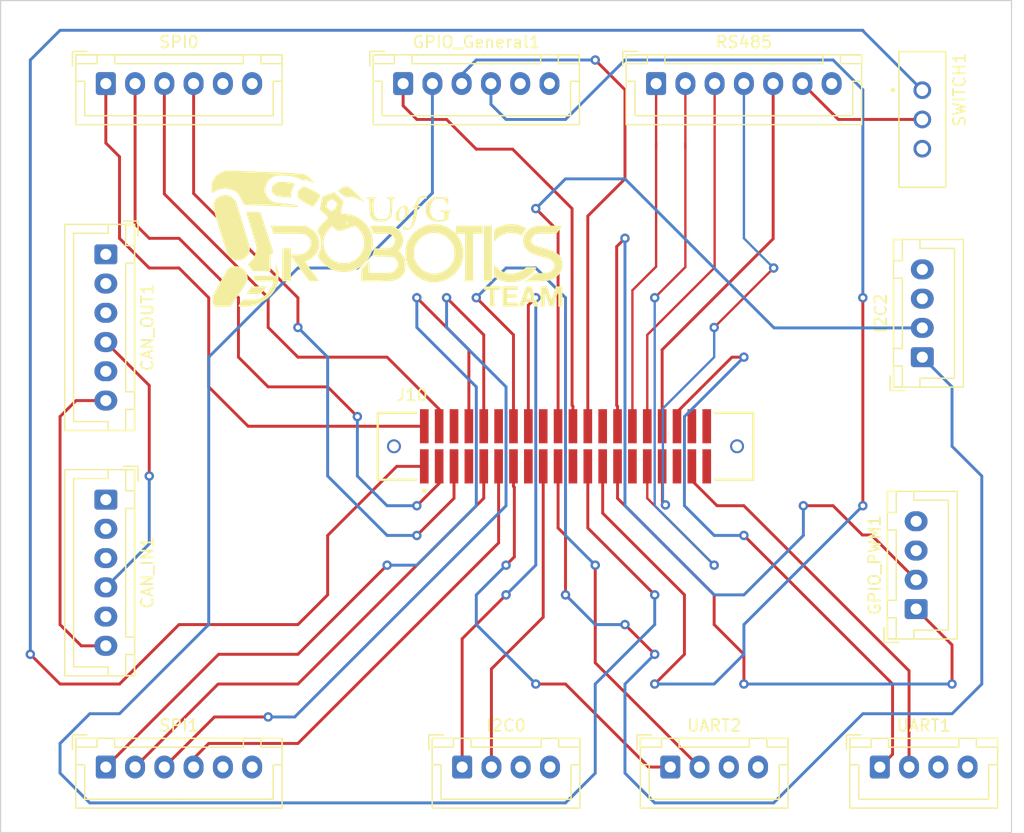
<source format=kicad_pcb>
(kicad_pcb (version 20211014) (generator pcbnew)
  (layers (0 "F.Cu" signal) (1 "In1.Cu" signal "GND.Cu") (2 "In2.Cu" signal "PWR.Cu") (31 "B.Cu" signal) (34 "B.Paste" user) (35 "F.Paste" user) (36 "B.SilkS" user "B.Silkscreen") (37 "F.SilkS" user "F.Silkscreen") (38 "B.Mask" user) (39 "F.Mask" user) (44 "Edge.Cuts" user))
  (net 0 "")
  (net 1 "SPI0_MOSI")
  (net 2 "SPI0_MISO")
  (net 3 "SPI0_SCK")
  (net 4 "SPI0_CS0#")
  (net 5 "+3.3V")
  (net 6 "GND")
  (net 7 "UART1_TX")
  (net 8 "UART1_RX")
  (net 9 "I2C0_SCL")
  (net 10 "I2C0_SDA")
  (net 11 "GPIO09")
  (net 12 "GPIO10")
  (net 13 "GPIO11")
  (net 14 "GPIO12")
  (net 15 "SPI1_MOSI")
  (net 16 "SPI1_MISO")
  (net 17 "SPI1_SCK")
  (net 18 "SPI1_CS0#")
  (net 19 "UART2_TX")
  (net 20 "UART2_RX")
  (net 21 "I2C2_SCL")
  (net 22 "I2C2_SDA")
  (net 23 "GPIO13")
  (net 24 "GPIO14")
  (net 25 "RXD+")
  (net 26 "RXD-")
  (net 27 "TXD+")
  (net 28 "TXD-")
  (net 29 "RTS")
  (net 30 "Net-(RS485-Pad6)")
  (net 31 "+5V")
  (net 32 "CANH")
  (net 33 "CANL")
  (footprint "Connector_JST:JST_XH_B6B-XH-A_1x06_P2.50mm_Vertical" (layer "F.Cu") (at 110.59 80.11 -90)
    (fp_text reference "CAN_OUT1" (at 6.25 -3.55 90) (layer "F.SilkS"))
    (fp_text value "Conn_02x03_Odd_Even")
    (pad "1" thru_hole roundrect (at 0 0 270) (size 1.7 1.95) (drill 0.95) (layers *.Cu *.Mask) (roundrect_rratio 0.147059) (net 6 "GND"))
    (pad "2" thru_hole oval (at 2.5 0 270) (size 1.7 1.95) (drill 0.95) (layers *.Cu *.Mask) (net 31 "+5V"))
    (pad "3" thru_hole oval (at 5 0 270) (size 1.7 1.95) (drill 0.95) (layers *.Cu *.Mask) (net 6 "GND"))
    (pad "4" thru_hole oval (at 7.5 0 270) (size 1.7 1.95) (drill 0.95) (layers *.Cu *.Mask) (net 32 "CANH"))
    (pad "5" thru_hole oval (at 10 0 270) (size 1.7 1.95) (drill 0.95) (layers *.Cu *.Mask) (net 6 "GND"))
    (pad "6" thru_hole oval (at 12.5 0 270) (size 1.7 1.95) (drill 0.95) (layers *.Cu *.Mask) (net 33 "CANL"))
  )
  (footprint "Connector_JST:JST_XH_B4B-XH-A_1x04_P2.50mm_Vertical" (layer "F.Cu") (at 180.34 88.9 90)
    (fp_text reference "I2C2" (at 3.75 -3.55 90) (layer "F.SilkS"))
    (fp_text value "Conn_02x02_Odd_Even")
    (pad "1" thru_hole roundrect (at 0 0 90) (size 1.7 1.95) (drill 0.95) (layers *.Cu *.Mask) (roundrect_rratio 0.147059) (net 21 "I2C2_SCL"))
    (pad "2" thru_hole oval (at 2.5 0 90) (size 1.7 1.95) (drill 0.95) (layers *.Cu *.Mask) (net 22 "I2C2_SDA"))
    (pad "3" thru_hole oval (at 5 0 90) (size 1.7 1.95) (drill 0.95) (layers *.Cu *.Mask) (net 5 "+3.3V"))
    (pad "4" thru_hole oval (at 7.5 0 90) (size 1.7 1.95) (drill 0.95) (layers *.Cu *.Mask) (net 6 "GND"))
  )
  (footprint "Connector_JST:JST_XH_B7B-XH-A_1x07_P2.50mm_Vertical" (layer "F.Cu") (at 157.6 65.515)
    (fp_text reference "RS485" (at 7.5 -3.55) (layer "F.SilkS"))
    (fp_text value "Conn_01x06_Odd_Even")
    (pad "1" thru_hole roundrect (at 0 0) (size 1.7 1.95) (drill 0.95) (layers *.Cu *.Mask) (roundrect_rratio 0.147059) (net 25 "RXD+"))
    (pad "2" thru_hole oval (at 2.5 0) (size 1.7 1.95) (drill 0.95) (layers *.Cu *.Mask) (net 26 "RXD-"))
    (pad "3" thru_hole oval (at 5 0) (size 1.7 1.95) (drill 0.95) (layers *.Cu *.Mask) (net 27 "TXD+"))
    (pad "4" thru_hole oval (at 7.5 0) (size 1.7 1.95) (drill 0.95) (layers *.Cu *.Mask) (net 28 "TXD-"))
    (pad "5" thru_hole oval (at 10 0) (size 1.7 1.95) (drill 0.95) (layers *.Cu *.Mask) (net 29 "RTS"))
    (pad "6" thru_hole oval (at 12.5 0) (size 1.7 1.95) (drill 0.95) (layers *.Cu *.Mask) (net 30 "Net-(RS485-Pad6)"))
    (pad "7" thru_hole oval (at 15 0) (size 1.7 1.95) (drill 0.95) (layers *.Cu *.Mask) (net 6 "GND"))
  )
  (footprint "Connector_JST:JST_XH_B4B-XH-A_1x04_P2.50mm_Vertical" (layer "F.Cu") (at 176.71 123.935)
    (fp_text reference "UART1" (at 3.75 -3.55) (layer "F.SilkS"))
    (fp_text value "Conn_02x02_Odd_Even")
    (pad "1" thru_hole roundrect (at 0 0) (size 1.7 1.95) (drill 0.95) (layers *.Cu *.Mask) (roundrect_rratio 0.147059) (net 7 "UART1_TX"))
    (pad "2" thru_hole oval (at 2.5 0) (size 1.7 1.95) (drill 0.95) (layers *.Cu *.Mask) (net 8 "UART1_RX"))
    (pad "3" thru_hole oval (at 5 0) (size 1.7 1.95) (drill 0.95) (layers *.Cu *.Mask) (net 5 "+3.3V"))
    (pad "4" thru_hole oval (at 7.5 0) (size 1.7 1.95) (drill 0.95) (layers *.Cu *.Mask) (net 6 "GND"))
  )
  (footprint "Connector_JST:JST_XH_B4B-XH-A_1x04_P2.50mm_Vertical" (layer "F.Cu") (at 179.815 110.43 90)
    (fp_text reference "GPIO_PWM1" (at 3.75 -3.55 90) (layer "F.SilkS"))
    (fp_text value "Conn_02x02_Odd_Even")
    (pad "1" thru_hole roundrect (at 0 0 90) (size 1.7 1.95) (drill 0.95) (layers *.Cu *.Mask) (roundrect_rratio 0.147059) (net 23 "GPIO13"))
    (pad "2" thru_hole oval (at 2.5 0 90) (size 1.7 1.95) (drill 0.95) (layers *.Cu *.Mask) (net 24 "GPIO14"))
    (pad "3" thru_hole oval (at 5 0 90) (size 1.7 1.95) (drill 0.95) (layers *.Cu *.Mask) (net 5 "+3.3V"))
    (pad "4" thru_hole oval (at 7.5 0 90) (size 1.7 1.95) (drill 0.95) (layers *.Cu *.Mask) (net 6 "GND"))
  )
  (footprint "Connector_JST:JST_XH_B6B-XH-A_1x06_P2.50mm_Vertical" (layer "F.Cu") (at 110.59 123.935)
    (fp_text reference "SPI1" (at 6.25 -3.55) (layer "F.SilkS"))
    (fp_text value "Conn_02x03_Odd_Even")
    (pad "1" thru_hole roundrect (at 0 0) (size 1.7 1.95) (drill 0.95) (layers *.Cu *.Mask) (roundrect_rratio 0.147059) (net 15 "SPI1_MOSI"))
    (pad "2" thru_hole oval (at 2.5 0) (size 1.7 1.95) (drill 0.95) (layers *.Cu *.Mask) (net 16 "SPI1_MISO"))
    (pad "3" thru_hole oval (at 5 0) (size 1.7 1.95) (drill 0.95) (layers *.Cu *.Mask) (net 17 "SPI1_SCK"))
    (pad "4" thru_hole oval (at 7.5 0) (size 1.7 1.95) (drill 0.95) (layers *.Cu *.Mask) (net 18 "SPI1_CS0#"))
    (pad "5" thru_hole oval (at 10 0) (size 1.7 1.95) (drill 0.95) (layers *.Cu *.Mask) (net 5 "+3.3V"))
    (pad "6" thru_hole oval (at 12.5 0) (size 1.7 1.95) (drill 0.95) (layers *.Cu *.Mask) (net 6 "GND"))
  )
  (footprint "kicad-logo:uofgroboticslogo" (layer "F.Cu") (at 134.62 78.74)
    (fp_text reference "G***" hide)
    (fp_text value "LOGO" hide)
  )
  (footprint "EG1218:SW_EG1218" (layer "F.Cu") (at 180.34 68.58 -90)
    (fp_text reference "SWITCH1" (at -2.54 -3.175 90) (layer "F.SilkS"))
    (fp_text value "EG1218")
    (pad "1" thru_hole circle locked (at -2.5 0 270) (size 1.508 1.508) (drill 1) (layers *.Cu *.Mask) (net 31 "+5V"))
    (pad "2" thru_hole circle locked (at 0 0 270) (size 1.508 1.508) (drill 1) (layers *.Cu *.Mask) (net 30 "Net-(RS485-Pad6)"))
    (pad "3" thru_hole circle locked (at 2.5 0 270) (size 1.508 1.508) (drill 1) (layers *.Cu *.Mask) (net 5 "+3.3V"))
  )
  (footprint "Connector_JST:JST_XH_B6B-XH-A_1x06_P2.50mm_Vertical" (layer "F.Cu") (at 135.99 65.515)
    (fp_text reference "GPIO_General1" (at 6.25 -3.55) (layer "F.SilkS"))
    (fp_text value "Conn_02x03_Odd_Even")
    (pad "1" thru_hole roundrect (at 0 0) (size 1.7 1.95) (drill 0.95) (layers *.Cu *.Mask) (roundrect_rratio 0.147059) (net 11 "GPIO09"))
    (pad "2" thru_hole oval (at 2.5 0) (size 1.7 1.95) (drill 0.95) (layers *.Cu *.Mask) (net 12 "GPIO10"))
    (pad "3" thru_hole oval (at 5 0) (size 1.7 1.95) (drill 0.95) (layers *.Cu *.Mask) (net 13 "GPIO11"))
    (pad "4" thru_hole oval (at 7.5 0) (size 1.7 1.95) (drill 0.95) (layers *.Cu *.Mask) (net 14 "GPIO12"))
    (pad "5" thru_hole oval (at 10 0) (size 1.7 1.95) (drill 0.95) (layers *.Cu *.Mask) (net 5 "+3.3V"))
    (pad "6" thru_hole oval (at 12.5 0) (size 1.7 1.95) (drill 0.95) (layers *.Cu *.Mask) (net 6 "GND"))
  )
  (footprint "Connector_JST:JST_XH_B6B-XH-A_1x06_P2.50mm_Vertical" (layer "F.Cu") (at 110.59 65.515)
    (fp_text reference "SPI0" (at 6.25 -3.55) (layer "F.SilkS"))
    (fp_text value "Conn_02x03_Odd_Even")
    (pad "1" thru_hole roundrect (at 0 0) (size 1.7 1.95) (drill 0.95) (layers *.Cu *.Mask) (roundrect_rratio 0.147059) (net 1 "SPI0_MOSI"))
    (pad "2" thru_hole oval (at 2.5 0) (size 1.7 1.95) (drill 0.95) (layers *.Cu *.Mask) (net 2 "SPI0_MISO"))
    (pad "3" thru_hole oval (at 5 0) (size 1.7 1.95) (drill 0.95) (layers *.Cu *.Mask) (net 3 "SPI0_SCK"))
    (pad "4" thru_hole oval (at 7.5 0) (size 1.7 1.95) (drill 0.95) (layers *.Cu *.Mask) (net 4 "SPI0_CS0#"))
    (pad "5" thru_hole oval (at 10 0) (size 1.7 1.95) (drill 0.95) (layers *.Cu *.Mask) (net 5 "+3.3V"))
    (pad "6" thru_hole oval (at 12.5 0) (size 1.7 1.95) (drill 0.95) (layers *.Cu *.Mask) (net 6 "GND"))
  )
  (footprint "Connector_JST:JST_XH_B6B-XH-A_1x06_P2.50mm_Vertical" (layer "F.Cu") (at 110.59 101.075 -90)
    (fp_text reference "CAN_IN1" (at 6.25 -3.55 90) (layer "F.SilkS"))
    (fp_text value "Conn_02x03_Odd_Even")
    (pad "1" thru_hole roundrect (at 0 0 270) (size 1.7 1.95) (drill 0.95) (layers *.Cu *.Mask) (roundrect_rratio 0.147059) (net 6 "GND"))
    (pad "2" thru_hole oval (at 2.5 0 270) (size 1.7 1.95) (drill 0.95) (layers *.Cu *.Mask) (net 31 "+5V"))
    (pad "3" thru_hole oval (at 5 0 270) (size 1.7 1.95) (drill 0.95) (layers *.Cu *.Mask) (net 6 "GND"))
    (pad "4" thru_hole oval (at 7.5 0 270) (size 1.7 1.95) (drill 0.95) (layers *.Cu *.Mask) (net 32 "CANH"))
    (pad "5" thru_hole oval (at 10 0 270) (size 1.7 1.95) (drill 0.95) (layers *.Cu *.Mask) (net 6 "GND"))
    (pad "6" thru_hole oval (at 12.5 0 270) (size 1.7 1.95) (drill 0.95) (layers *.Cu *.Mask) (net 33 "CANL"))
  )
  (footprint "Connector_JST:JST_XH_B4B-XH-A_1x04_P2.50mm_Vertical" (layer "F.Cu") (at 141.03 123.935)
    (fp_text reference "I2C0" (at 3.75 -3.55) (layer "F.SilkS"))
    (fp_text value "Conn_02x02_Odd_Even")
    (pad "1" thru_hole roundrect (at 0 0) (size 1.7 1.95) (drill 0.95) (layers *.Cu *.Mask) (roundrect_rratio 0.147059) (net 9 "I2C0_SCL"))
    (pad "2" thru_hole oval (at 2.5 0) (size 1.7 1.95) (drill 0.95) (layers *.Cu *.Mask) (net 10 "I2C0_SDA"))
    (pad "3" thru_hole oval (at 5 0) (size 1.7 1.95) (drill 0.95) (layers *.Cu *.Mask) (net 5 "+3.3V"))
    (pad "4" thru_hole oval (at 7.5 0) (size 1.7 1.95) (drill 0.95) (layers *.Cu *.Mask) (net 6 "GND"))
  )
  (footprint "Connector_JST:JST_XH_B4B-XH-A_1x04_P2.50mm_Vertical" (layer "F.Cu") (at 158.81 123.935)
    (fp_text reference "UART2" (at 3.75 -3.55) (layer "F.SilkS"))
    (fp_text value "Conn_02x02_Odd_Even")
    (pad "1" thru_hole roundrect (at 0 0) (size 1.7 1.95) (drill 0.95) (layers *.Cu *.Mask) (roundrect_rratio 0.147059) (net 19 "UART2_TX"))
    (pad "2" thru_hole oval (at 2.5 0) (size 1.7 1.95) (drill 0.95) (layers *.Cu *.Mask) (net 20 "UART2_RX"))
    (pad "3" thru_hole oval (at 5 0) (size 1.7 1.95) (drill 0.95) (layers *.Cu *.Mask) (net 5 "+3.3V"))
    (pad "4" thru_hole oval (at 7.5 0) (size 1.7 1.95) (drill 0.95) (layers *.Cu *.Mask) (net 6 "GND"))
  )
  (footprint "TFM-120-02-L-D-WT-K-TR:SAMTEC_TFM-120-02-L-D-WT-K-TR" (layer "F.Cu") (at 149.86 96.52)
    (fp_text reference "J10" (at -13.115 -4.385) (layer "F.SilkS"))
    (fp_text value "TFM-120-02-L-D-WT-K-TR")
    (pad "01" smd rect locked (at -12.065 1.715) (size 0.74 2.92) (layers "F.Cu" "F.Paste" "F.Mask") (net 31 "+5V"))
    (pad "02" smd rect locked (at -12.065 -1.715) (size 0.74 2.92) (layers "F.Cu" "F.Paste" "F.Mask") (net 1 "SPI0_MOSI"))
    (pad "03" smd rect locked (at -10.795 1.715) (size 0.74 2.92) (layers "F.Cu" "F.Paste" "F.Mask") (net 2 "SPI0_MISO"))
    (pad "04" smd rect locked (at -10.795 -1.715) (size 0.74 2.92) (layers "F.Cu" "F.Paste" "F.Mask") (net 3 "SPI0_SCK"))
    (pad "05" smd rect locked (at -9.525 1.715) (size 0.74 2.92) (layers "F.Cu" "F.Paste" "F.Mask") (net 4 "SPI0_CS0#"))
    (pad "06" smd rect locked (at -9.525 -1.715) (size 0.74 2.92) (layers "F.Cu" "F.Paste" "F.Mask") (net 5 "+3.3V"))
    (pad "07" smd rect locked (at -8.255 1.715) (size 0.74 2.92) (layers "F.Cu" "F.Paste" "F.Mask") (net 6 "GND"))
    (pad "08" smd rect locked (at -8.255 -1.715) (size 0.74 2.92) (layers "F.Cu" "F.Paste" "F.Mask") (net 15 "SPI1_MOSI"))
    (pad "09" smd rect locked (at -6.985 1.715) (size 0.74 2.92) (layers "F.Cu" "F.Paste" "F.Mask") (net 16 "SPI1_MISO"))
    (pad "10" smd rect locked (at -6.985 -1.715) (size 0.74 2.92) (layers "F.Cu" "F.Paste" "F.Mask") (net 17 "SPI1_SCK"))
    (pad "11" smd rect locked (at -5.715 1.715) (size 0.74 2.92) (layers "F.Cu" "F.Paste" "F.Mask") (net 18 "SPI1_CS0#"))
    (pad "12" smd rect locked (at -5.715 -1.715) (size 0.74 2.92) (layers "F.Cu" "F.Paste" "F.Mask") (net 6 "GND"))
    (pad "13" smd rect locked (at -4.445 1.715) (size 0.74 2.92) (layers "F.Cu" "F.Paste" "F.Mask") (net 19 "UART2_TX"))
    (pad "14" smd rect locked (at -4.445 -1.715) (size 0.74 2.92) (layers "F.Cu" "F.Paste" "F.Mask") (net 20 "UART2_RX"))
    (pad "15" smd rect locked (at -3.175 1.715) (size 0.74 2.92) (layers "F.Cu" "F.Paste" "F.Mask") (net 6 "GND"))
    (pad "16" smd rect locked (at -3.175 -1.715) (size 0.74 2.92) (layers "F.Cu" "F.Paste" "F.Mask") (net 9 "I2C0_SCL"))
    (pad "17" smd rect locked (at -1.905 1.715) (size 0.74 2.92) (layers "F.Cu" "F.Paste" "F.Mask") (net 10 "I2C0_SDA"))
    (pad "18" smd rect locked (at -1.905 -1.715) (size 0.74 2.92) (layers "F.Cu" "F.Paste" "F.Mask") (net 6 "GND"))
    (pad "19" smd rect locked (at -0.635 1.715) (size 0.74 2.92) (layers "F.Cu" "F.Paste" "F.Mask") (net 21 "I2C2_SCL"))
    (pad "20" smd rect locked (at -0.635 -1.715) (size 0.74 2.92) (layers "F.Cu" "F.Paste" "F.Mask") (net 22 "I2C2_SDA"))
    (pad "21" smd rect locked (at 0.635 1.715) (size 0.74 2.92) (layers "F.Cu" "F.Paste" "F.Mask") (net 6 "GND"))
    (pad "22" smd rect locked (at 0.635 -1.715) (size 0.74 2.92) (layers "F.Cu" "F.Paste" "F.Mask") (net 11 "GPIO09"))
    (pad "23" smd rect locked (at 1.905 1.715) (size 0.74 2.92) (layers "F.Cu" "F.Paste" "F.Mask") (net 12 "GPIO10"))
    (pad "24" smd rect locked (at 1.905 -1.715) (size 0.74 2.92) (layers "F.Cu" "F.Paste" "F.Mask") (net 13 "GPIO11"))
    (pad "25" smd rect locked (at 3.175 1.715) (size 0.74 2.92) (layers "F.Cu" "F.Paste" "F.Mask") (net 14 "GPIO12"))
    (pad "26" smd rect locked (at 3.175 -1.715) (size 0.74 2.92) (layers "F.Cu" "F.Paste" "F.Mask") (net 6 "GND"))
    (pad "27" smd rect locked (at 4.445 1.715) (size 0.74 2.92) (layers "F.Cu" "F.Paste" "F.Mask") (net 23 "GPIO13"))
    (pad "28" smd rect locked (at 4.445 -1.715) (size 0.74 2.92) (layers "F.Cu" "F.Paste" "F.Mask") (net 24 "GPIO14"))
    (pad "29" smd rect locked (at 5.715 1.715) (size 0.74 2.92) (layers "F.Cu" "F.Paste" "F.Mask") (net 6 "GND"))
    (pad "30" smd rect locked (at 5.715 -1.715) (size 0.74 2.92) (layers "F.Cu" "F.Paste" "F.Mask") (net 25 "RXD+"))
    (pad "31" smd rect locked (at 6.985 1.715) (size 0.74 2.92) (layers "F.Cu" "F.Paste" "F.Mask") (net 26 "RXD-"))
    (pad "32" smd rect locked (at 6.985 -1.715) (size 0.74 2.92) (layers "F.Cu" "F.Paste" "F.Mask") (net 27 "TXD+"))
    (pad "33" smd rect locked (at 8.255 1.715) (size 0.74 2.92) (layers "F.Cu" "F.Paste" "F.Mask") (net 28 "TXD-"))
    (pad "34" smd rect locked (at 8.255 -1.715) (size 0.74 2.92) (layers "F.Cu" "F.Paste" "F.Mask") (net 29 "RTS"))
    (pad "35" smd rect locked (at 9.525 1.715) (size 0.74 2.92) (layers "F.Cu" "F.Paste" "F.Mask") (net 31 "+5V"))
    (pad "36" smd rect locked (at 9.525 -1.715) (size 0.74 2.92) (layers "F.Cu" "F.Paste" "F.Mask") (net 7 "UART1_TX"))
    (pad "37" smd rect locked (at 10.795 1.715) (size 0.74 2.92) (layers "F.Cu" "F.Paste" "F.Mask") (net 8 "UART1_RX"))
    (pad "38" smd rect locked (at 10.795 -1.715) (size 0.74 2.92) (layers "F.Cu" "F.Paste" "F.Mask") (net 5 "+3.3V"))
    (pad "39" smd rect locked (at 12.065 1.715) (size 0.74 2.92) (layers "F.Cu" "F.Paste" "F.Mask") (net 6 "GND"))
    (pad "40" smd rect locked (at 12.065 -1.715) (size 0.74 2.92) (layers "F.Cu" "F.Paste" "F.Mask") (net 6 "GND"))
    (pad "S1" thru_hole circle locked (at 14.655 0) (size 1.19 1.19) (drill 0.84) (layers *.Cu *.Mask))
    (pad "S2" thru_hole circle locked (at -14.655 0) (size 1.19 1.19) (drill 0.84) (layers *.Cu *.Mask))
  )
  (gr_line (start 101.6 93.98) (end 101.6 58.42) (layer "Edge.Cuts") (width 0.1))
  (gr_line (start 101.6 93.98) (end 101.6 129.54) (layer "Edge.Cuts") (width 0.1))
  (gr_line (start 101.6 129.54) (end 187.96 129.54) (layer "Edge.Cuts") (width 0.1))
  (gr_line (start 187.96 58.42) (end 101.6 58.42) (layer "Edge.Cuts") (width 0.1))
  (gr_line (start 187.96 129.54) (end 187.96 58.42) (layer "Edge.Cuts") (width 0.1))
  (segment (start 114.3 81.28) (end 116.84 81.28) (width 0.25) (layer "F.Cu") (net 1))
  (segment (start 119.38 91.44) (end 122.745 94.805) (width 0.25) (layer "F.Cu") (net 1))
  (segment (start 111.76 78.74) (end 114.3 81.28) (width 0.25) (layer "F.Cu") (net 1))
  (segment (start 119.38 83.82) (end 119.38 91.44) (width 0.25) (layer "F.Cu") (net 1))
  (segment (start 111.76 71.765) (end 111.76 78.74) (width 0.25) (layer "F.Cu") (net 1))
  (segment (start 122.745 94.805) (end 137.795 94.805) (width 0.25) (layer "F.Cu") (net 1))
  (segment (start 110.59 70.595) (end 110.59 65.515) (width 0.25) (layer "F.Cu") (net 1))
  (segment (start 110.59 70.595) (end 111.76 71.765) (width 0.25) (layer "F.Cu") (net 1))
  (segment (start 116.84 81.28) (end 119.38 83.82) (width 0.25) (layer "F.Cu") (net 1))
  (segment (start 113.09 77.53) (end 113.09 65.515) (width 0.25) (layer "F.Cu") (net 2))
  (segment (start 137.16 101.6) (end 139.065 99.695) (width 0.25) (layer "F.Cu") (net 2))
  (segment (start 114.3 78.74) (end 113.09 77.53) (width 0.25) (layer "F.Cu") (net 2))
  (segment (start 116.84 78.74) (end 114.3 78.74) (width 0.25) (layer "F.Cu") (net 2))
  (segment (start 139.065 99.695) (end 139.065 98.235) (width 0.25) (layer "F.Cu") (net 2))
  (segment (start 121.92 88.9) (end 121.92 83.82) (width 0.25) (layer "F.Cu") (net 2))
  (segment (start 124.46 91.44) (end 121.92 88.9) (width 0.25) (layer "F.Cu") (net 2))
  (segment (start 132.08 93.98) (end 129.54 91.44) (width 0.25) (layer "F.Cu") (net 2))
  (segment (start 121.92 83.82) (end 116.84 78.74) (width 0.25) (layer "F.Cu") (net 2))
  (segment (start 129.54 91.44) (end 124.46 91.44) (width 0.25) (layer "F.Cu") (net 2))
  (via (at 132.08 93.98) (size 0.8) (drill 0.4) (layers "F.Cu" "B.Cu") (net 2))
  (via (at 137.16 101.6) (size 0.8) (drill 0.4) (layers "F.Cu" "B.Cu") (net 2))
  (segment (start 134.62 101.6) (end 137.16 101.6) (width 0.25) (layer "B.Cu") (net 2))
  (segment (start 132.08 93.98) (end 132.08 99.06) (width 0.25) (layer "B.Cu") (net 2))
  (segment (start 132.08 99.06) (end 134.62 101.6) (width 0.25) (layer "B.Cu") (net 2))
  (segment (start 115.59 74.95) (end 115.59 65.515) (width 0.25) (layer "F.Cu") (net 3))
  (segment (start 124.46 86.36) (end 124.46 83.82) (width 0.25) (layer "F.Cu") (net 3))
  (segment (start 127 88.9) (end 124.46 86.36) (width 0.25) (layer "F.Cu") (net 3))
  (segment (start 139.065 93.345) (end 134.62 88.9) (width 0.25) (layer "F.Cu") (net 3))
  (segment (start 134.62 88.9) (end 127 88.9) (width 0.25) (layer "F.Cu") (net 3))
  (segment (start 124.46 83.82) (end 115.59 74.95) (width 0.25) (layer "F.Cu") (net 3))
  (segment (start 139.065 94.805) (end 139.065 93.345) (width 0.25) (layer "F.Cu") (net 3))
  (segment (start 118.09 74.91) (end 118.09 65.515) (width 0.25) (layer "F.Cu") (net 4))
  (segment (start 140.335 100.965) (end 140.335 98.235) (width 0.25) (layer "F.Cu") (net 4))
  (segment (start 127 83.82) (end 118.09 74.91) (width 0.25) (layer "F.Cu") (net 4))
  (segment (start 137.16 104.14) (end 140.335 100.965) (width 0.25) (layer "F.Cu") (net 4))
  (segment (start 127 86.36) (end 127 83.82) (width 0.25) (layer "F.Cu") (net 4))
  (via (at 127 86.36) (size 0.8) (drill 0.4) (layers "F.Cu" "B.Cu") (net 4))
  (via (at 137.16 104.14) (size 0.8) (drill 0.4) (layers "F.Cu" "B.Cu") (net 4))
  (segment (start 129.54 99.06) (end 134.62 104.14) (width 0.25) (layer "B.Cu") (net 4))
  (segment (start 129.54 88.9) (end 129.54 99.06) (width 0.25) (layer "B.Cu") (net 4))
  (segment (start 134.62 104.14) (end 137.16 104.14) (width 0.25) (layer "B.Cu") (net 4))
  (segment (start 127 86.36) (end 129.54 88.9) (width 0.25) (layer "B.Cu") (net 4))
  (segment (start 164.08 88.9) (end 159.385 93.595) (width 0.25) (layer "F.Cu") (net 7))
  (segment (start 177.8 122.845) (end 176.71 123.935) (width 0.25) (layer "F.Cu") (net 7))
  (segment (start 159.385 93.595) (end 159.385 94.805) (width 0.25) (layer "F.Cu") (net 7))
  (segment (start 165.1 88.9) (end 164.08 88.9) (width 0.25) (layer "F.Cu") (net 7))
  (segment (start 165.1 104.14) (end 177.8 116.84) (width 0.25) (layer "F.Cu") (net 7))
  (segment (start 177.8 116.84) (end 177.8 122.845) (width 0.25) (layer "F.Cu") (net 7))
  (via (at 165.1 88.9) (size 0.8) (drill 0.4) (layers "F.Cu" "B.Cu") (net 7))
  (via (at 165.1 104.14) (size 0.8) (drill 0.4) (layers "F.Cu" "B.Cu") (net 7))
  (segment (start 160.02 93.98) (end 165.1 88.9) (width 0.25) (layer "B.Cu") (net 7))
  (segment (start 160.02 101.6) (end 160.02 93.98) (width 0.25) (layer "B.Cu") (net 7))
  (segment (start 162.56 104.14) (end 160.02 101.6) (width 0.25) (layer "B.Cu") (net 7))
  (segment (start 165.1 104.14) (end 162.56 104.14) (width 0.25) (layer "B.Cu") (net 7))
  (segment (start 165.1 101.6) (end 162.81 101.6) (width 0.25) (layer "F.Cu") (net 8))
  (segment (start 179.21 115.71) (end 165.1 101.6) (width 0.25) (layer "F.Cu") (net 8))
  (segment (start 179.21 123.935) (end 179.21 115.71) (width 0.25) (layer "F.Cu") (net 8))
  (segment (start 160.655 99.445) (end 160.655 98.235) (width 0.25) (layer "F.Cu") (net 8))
  (segment (start 162.81 101.6) (end 160.655 99.445) (width 0.25) (layer "F.Cu") (net 8))
  (segment (start 147.32 83.82) (end 146.685 84.455) (width 0.25) (layer "F.Cu") (net 9))
  (segment (start 146.685 84.455) (end 146.685 94.805) (width 0.25) (layer "F.Cu") (net 9))
  (segment (start 141.03 123.935) (end 141.03 112.97) (width 0.25) (layer "F.Cu") (net 9))
  (segment (start 141.03 112.97) (end 144.78 109.22) (width 0.25) (layer "F.Cu") (net 9))
  (via (at 147.32 83.82) (size 0.8) (drill 0.4) (layers "F.Cu" "B.Cu") (net 9))
  (via (at 144.78 109.22) (size 0.8) (drill 0.4) (layers "F.Cu" "B.Cu") (net 9))
  (segment (start 147.32 106.68) (end 144.78 109.22) (width 0.25) (layer "B.Cu") (net 9))
  (segment (start 147.32 83.82) (end 147.32 106.68) (width 0.25) (layer "B.Cu") (net 9))
  (segment (start 147.955 111.125) (end 147.955 98.235) (width 0.25) (layer "F.Cu") (net 10))
  (segment (start 143.53 123.935) (end 143.53 115.55) (width 0.25) (layer "F.Cu") (net 10))
  (segment (start 143.53 115.55) (end 147.955 111.125) (width 0.25) (layer "F.Cu") (net 10))
  (segment (start 139.7 68.58) (end 142.24 71.12) (width 0.25) (layer "F.Cu") (net 11))
  (segment (start 150.42 76.2) (end 150.42 93.02) (width 0.25) (layer "F.Cu") (net 11))
  (segment (start 145.34 71.12) (end 150.42 76.2) (width 0.25) (layer "F.Cu") (net 11))
  (segment (start 150.495 93.095) (end 150.42 93.02) (width 0.25) (layer "F.Cu") (net 11))
  (segment (start 150.495 94.805) (end 150.495 93.095) (width 0.25) (layer "F.Cu") (net 11))
  (segment (start 135.99 67.41) (end 137.16 68.58) (width 0.25) (layer "F.Cu") (net 11))
  (segment (start 135.99 65.515) (end 135.99 67.41) (width 0.25) (layer "F.Cu") (net 11))
  (segment (start 142.24 71.12) (end 145.34 71.12) (width 0.25) (layer "F.Cu") (net 11))
  (segment (start 137.16 68.58) (end 139.7 68.58) (width 0.25) (layer "F.Cu") (net 11))
  (segment (start 157.48 109.22) (end 151.765 103.505) (width 0.25) (layer "F.Cu") (net 12))
  (segment (start 151.765 103.505) (end 151.765 98.235) (width 0.25) (layer "F.Cu") (net 12))
  (via (at 157.48 109.22) (size 0.8) (drill 0.4) (layers "F.Cu" "B.Cu") (net 12))
  (segment (start 109.22 127) (end 149.86 127) (width 0.25) (layer "B.Cu") (net 12))
  (segment (start 106.68 121.92) (end 106.68 124.46) (width 0.25) (layer "B.Cu") (net 12))
  (segment (start 119.38 111.76) (end 111.76 119.38) (width 0.25) (layer "B.Cu") (net 12))
  (segment (start 138.49 65.515) (end 138.49 74.87) (width 0.25) (layer "B.Cu") (net 12))
  (segment (start 138.49 74.87) (end 132.08 81.28) (width 0.25) (layer "B.Cu") (net 12))
  (segment (start 106.68 124.46) (end 109.22 127) (width 0.25) (layer "B.Cu") (net 12))
  (segment (start 152.4 116.84) (end 157.48 111.76) (width 0.25) (layer "B.Cu") (net 12))
  (segment (start 111.76 119.38) (end 109.22 119.38) (width 0.25) (layer "B.Cu") (net 12))
  (segment (start 157.48 111.76) (end 157.48 109.22) (width 0.25) (layer "B.Cu") (net 12))
  (segment (start 149.86 127) (end 152.4 124.46) (width 0.25) (layer "B.Cu") (net 12))
  (segment (start 152.4 124.46) (end 152.4 116.84) (width 0.25) (layer "B.Cu") (net 12))
  (segment (start 109.22 119.38) (end 106.68 121.92) (width 0.25) (layer "B.Cu") (net 12))
  (segment (start 132.08 81.28) (end 127 81.28) (width 0.25) (layer "B.Cu") (net 12))
  (segment (start 119.38 88.9) (end 119.38 111.76) (width 0.25) (layer "B.Cu") (net 12))
  (segment (start 127 81.28) (end 119.38 88.9) (width 0.25) (layer "B.Cu") (net 12))
  (segment (start 152.4 63.5) (end 154.94 66.04) (width 0.25) (layer "F.Cu") (net 13))
  (segment (start 151.765 76.835) (end 151.765 94.805) (width 0.25) (layer "F.Cu") (net 13))
  (segment (start 154.94 66.04) (end 154.94 73.66) (width 0.25) (layer "F.Cu") (net 13))
  (segment (start 154.94 73.66) (end 151.765 76.835) (width 0.25) (layer "F.Cu") (net 13))
  (via (at 152.4 63.5) (size 0.8) (drill 0.4) (layers "F.Cu" "B.Cu") (net 13))
  (segment (start 142.24 63.5) (end 140.99 64.75) (width 0.25) (layer "B.Cu") (net 13))
  (segment (start 152.4 63.5) (end 142.24 63.5) (width 0.25) (layer "B.Cu") (net 13))
  (segment (start 140.99 64.75) (end 140.99 65.515) (width 0.25) (layer "B.Cu") (net 13))
  (segment (start 157.48 116.84) (end 160.02 114.3) (width 0.25) (layer "F.Cu") (net 14))
  (segment (start 160.02 114.3) (end 160.02 109.22) (width 0.25) (layer "F.Cu") (net 14))
  (segment (start 160.02 109.22) (end 153.035 102.235) (width 0.25) (layer "F.Cu") (net 14))
  (segment (start 175.26 83.82) (end 175.26 101.6) (width 0.25) (layer "F.Cu") (net 14))
  (segment (start 153.035 102.235) (end 153.035 98.235) (width 0.25) (layer "F.Cu") (net 14))
  (via (at 157.48 116.84) (size 0.8) (drill 0.4) (layers "F.Cu" "B.Cu") (net 14))
  (via (at 175.26 83.82) (size 0.8) (drill 0.4) (layers "F.Cu" "B.Cu") (net 14))
  (via (at 175.26 101.6) (size 0.8) (drill 0.4) (layers "F.Cu" "B.Cu") (net 14))
  (segment (start 143.49 67.29) (end 144.78 68.58) (width 0.25) (layer "B.Cu") (net 14))
  (segment (start 162.56 116.84) (end 165.1 114.3) (width 0.25) (layer "B.Cu") (net 14))
  (segment (start 144.78 68.58) (end 149.86 68.58) (width 0.25) (layer "B.Cu") (net 14))
  (segment (start 143.49 65.515) (end 143.49 67.29) (width 0.25) (layer "B.Cu") (net 14))
  (segment (start 154.94 63.5) (end 172.72 63.5) (width 0.25) (layer "B.Cu") (net 14))
  (segment (start 175.26 66.04) (end 175.26 83.82) (width 0.25) (layer "B.Cu") (net 14))
  (segment (start 157.48 116.84) (end 162.56 116.84) (width 0.25) (layer "B.Cu") (net 14))
  (segment (start 149.86 68.58) (end 154.94 63.5) (width 0.25) (layer "B.Cu") (net 14))
  (segment (start 165.1 114.3) (end 165.1 111.76) (width 0.25) (layer "B.Cu") (net 14))
  (segment (start 165.1 111.76) (end 175.26 101.6) (width 0.25) (layer "B.Cu") (net 14))
  (segment (start 172.72 63.5) (end 175.26 66.04) (width 0.25) (layer "B.Cu") (net 14))
  (segment (start 137.16 83.82) (end 141.605 88.265) (width 0.25) (layer "F.Cu") (net 15))
  (segment (start 110.59 123.935) (end 120.225 114.3) (width 0.25) (layer "F.Cu") (net 15))
  (segment (start 141.605 88.265) (end 141.605 94.805) (width 0.25) (layer "F.Cu") (net 15))
  (segment (start 127 114.3) (end 134.62 106.68) (width 0.25) (layer "F.Cu") (net 15))
  (segment (start 120.225 114.3) (end 127 114.3) (width 0.25) (layer "F.Cu") (net 15))
  (via (at 134.62 106.68) (size 0.8) (drill 0.4) (layers "F.Cu" "B.Cu") (net 15))
  (via (at 137.16 83.82) (size 0.8) (drill 0.4) (layers "F.Cu" "B.Cu") (net 15))
  (segment (start 137.16 86.36) (end 142.24 91.44) (width 0.25) (layer "B.Cu") (net 15))
  (segment (start 137.16 83.82) (end 137.16 86.36) (width 0.25) (layer "B.Cu") (net 15))
  (segment (start 142.24 91.44) (end 142.24 101.6) (width 0.25) (layer "B.Cu") (net 15))
  (segment (start 142.24 101.6) (end 137.16 106.68) (width 0.25) (layer "B.Cu") (net 15))
  (segment (start 137.16 106.68) (end 134.62 106.68) (width 0.25) (layer "B.Cu") (net 15))
  (segment (start 127 116.84) (end 120.185 116.84) (width 0.25) (layer "F.Cu") (net 16))
  (segment (start 120.185 116.84) (end 113.09 123.935) (width 0.25) (layer "F.Cu") (net 16))
  (segment (start 142.875 98.235) (end 142.875 100.965) (width 0.25) (layer "F.Cu") (net 16))
  (segment (start 142.875 100.965) (end 127 116.84) (width 0.25) (layer "F.Cu") (net 16))
  (segment (start 142.875 86.995) (end 142.875 94.805) (width 0.25) (layer "F.Cu") (net 17))
  (segment (start 119.8705 119.6545) (end 124.46 119.6545) (width 0.25) (layer "F.Cu") (net 17))
  (segment (start 115.59 123.935) (end 119.8705 119.6545) (width 0.25) (layer "F.Cu") (net 17))
  (segment (start 139.7 83.82) (end 142.875 86.995) (width 0.25) (layer "F.Cu") (net 17))
  (via (at 139.7 83.82) (size 0.8) (drill 0.4) (layers "F.Cu" "B.Cu") (net 17))
  (via (at 124.46 119.6545) (size 0.8) (drill 0.4) (layers "F.Cu" "B.Cu") (net 17))
  (segment (start 126.7255 119.6545) (end 124.46 119.6545) (width 0.25) (layer "B.Cu") (net 17))
  (segment (start 139.7 83.82) (end 139.7 86.36) (width 0.25) (layer "B.Cu") (net 17))
  (segment (start 144.78 91.44) (end 144.78 101.6) (width 0.25) (layer "B.Cu") (net 17))
  (segment (start 144.78 101.6) (end 126.7255 119.6545) (width 0.25) (layer "B.Cu") (net 17))
  (segment (start 139.7 86.36) (end 144.78 91.44) (width 0.25) (layer "B.Cu") (net 17))
  (segment (start 119.38 121.92) (end 127 121.92) (width 0.25) (layer "F.Cu") (net 18))
  (segment (start 118.09 123.21) (end 119.38 121.92) (width 0.25) (layer "F.Cu") (net 18))
  (segment (start 118.09 123.935) (end 118.09 123.21) (width 0.25) (layer "F.Cu") (net 18))
  (segment (start 127 121.92) (end 144.145 104.775) (width 0.25) (layer "F.Cu") (net 18))
  (segment (start 144.145 104.775) (end 144.145 98.235) (width 0.25) (layer "F.Cu") (net 18))
  (segment (start 156.955 123.935) (end 149.86 116.84) (width 0.25) (layer "F.Cu") (net 19))
  (segment (start 145.49 100.02) (end 145.49 105.97) (width 0.25) (layer "F.Cu") (net 19))
  (segment (start 145.415 98.235) (end 145.415 99.945) (width 0.25) (layer "F.Cu") (net 19))
  (segment (start 158.81 123.935) (end 156.955 123.935) (width 0.25) (layer "F.Cu") (net 19))
  (segment (start 149.86 116.84) (end 147.32 116.84) (width 0.25) (layer "F.Cu") (net 19))
  (segment (start 145.415 99.945) (end 145.49 100.02) (width 0.25) (layer "F.Cu") (net 19))
  (segment (start 145.49 105.97) (end 144.78 106.68) (width 0.25) (layer "F.Cu") (net 19))
  (via (at 144.78 106.68) (size 0.8) (drill 0.4) (layers "F.Cu" "B.Cu") (net 19))
  (via (at 147.32 116.84) (size 0.8) (drill 0.4) (layers "F.Cu" "B.Cu") (net 19))
  (segment (start 142.24 109.22) (end 144.78 106.68) (width 0.25) (layer "B.Cu") (net 19))
  (segment (start 147.32 116.84) (end 142.24 111.76) (width 0.25) (layer "B.Cu") (net 19))
  (segment (start 142.24 111.76) (end 142.24 109.22) (width 0.25) (layer "B.Cu") (net 19))
  (segment (start 142.24 83.82) (end 145.415 86.995) (width 0.25) (layer "F.Cu") (net 20))
  (segment (start 152.4 106.68) (end 152.4 115.025) (width 0.25) (layer "F.Cu") (net 20))
  (segment (start 152.4 115.025) (end 161.31 123.935) (width 0.25) (layer "F.Cu") (net 20))
  (segment (start 145.415 86.995) (end 145.415 94.805) (width 0.25) (layer "F.Cu") (net 20))
  (via (at 142.24 83.82) (size 0.8) (drill 0.4) (layers "F.Cu" "B.Cu") (net 20))
  (via (at 152.4 106.68) (size 0.8) (drill 0.4) (layers "F.Cu" "B.Cu") (net 20))
  (segment (start 149.86 104.14) (end 149.86 83.82) (width 0.25) (layer "B.Cu") (net 20))
  (segment (start 152.4 106.68) (end 149.86 104.14) (width 0.25) (layer "B.Cu") (net 20))
  (segment (start 144.78 81.28) (end 142.24 83.82) (width 0.25) (layer "B.Cu") (net 20))
  (segment (start 149.86 83.82) (end 147.32 81.28) (width 0.25) (layer "B.Cu") (net 20))
  (segment (start 147.32 81.28) (end 144.78 81.28) (width 0.25) (layer "B.Cu") (net 20))
  (segment (start 149.86 104.14) (end 149.225 103.505) (width 0.25) (layer "F.Cu") (net 21))
  (segment (start 149.225 103.505) (end 149.225 98.235) (width 0.25) (layer "F.Cu") (net 21))
  (segment (start 149.86 109.22) (end 149.86 104.14) (width 0.25) (layer "F.Cu") (net 21))
  (segment (start 154.94 111.76) (end 157.48 114.3) (width 0.25) (layer "F.Cu") (net 21))
  (via (at 154.94 111.76) (size 0.8) (drill 0.4) (layers "F.Cu" "B.Cu") (net 21))
  (via (at 149.86 109.22) (size 0.8) (drill 0.4) (layers "F.Cu" "B.Cu") (net 21))
  (via (at 157.48 114.3) (size 0.8) (drill 0.4) (layers "F.Cu" "B.Cu") (net 21))
  (segment (start 154.94 111.76) (end 152.4 111.76) (width 0.25) (layer "B.Cu") (net 21))
  (segment (start 182.88 96.52) (end 185.42 99.06) (width 0.25) (layer "B.Cu") (net 21))
  (segment (start 185.42 116.84) (end 182.88 119.38) (width 0.25) (layer "B.Cu") (net 21))
  (segment (start 180.34 88.9) (end 182.88 91.44) (width 0.25) (layer "B.Cu") (net 21))
  (segment (start 167.64 127) (end 157.48 127) (width 0.25) (layer "B.Cu") (net 21))
  (segment (start 182.88 91.44) (end 182.88 96.52) (width 0.25) (layer "B.Cu") (net 21))
  (segment (start 157.48 127) (end 154.94 124.46) (width 0.25) (layer "B.Cu") (net 21))
  (segment (start 175.26 119.38) (end 167.64 127) (width 0.25) (layer "B.Cu") (net 21))
  (segment (start 185.42 99.06) (end 185.42 116.84) (width 0.25) (layer "B.Cu") (net 21))
  (segment (start 152.4 111.76) (end 149.86 109.22) (width 0.25) (layer "B.Cu") (net 21))
  (segment (start 154.94 124.46) (end 154.94 116.84) (width 0.25) (layer "B.Cu") (net 21))
  (segment (start 182.88 119.38) (end 175.26 119.38) (width 0.25) (layer "B.Cu") (net 21))
  (segment (start 154.94 116.84) (end 157.48 114.3) (width 0.25) (layer "B.Cu") (net 21))
  (segment (start 149.225 94.805) (end 149.225 78.105) (width 0.25) (layer "F.Cu") (net 22))
  (segment (start 149.225 78.105) (end 147.32 76.2) (width 0.25) (layer "F.Cu") (net 22))
  (via (at 147.32 76.2) (size 0.8) (drill 0.4) (layers "F.Cu" "B.Cu") (net 22))
  (segment (start 167.68 86.4) (end 180.34 86.4) (width 0.25) (layer "B.Cu") (net 22))
  (segment (start 147.32 76.2) (end 149.86 73.66) (width 0.25) (layer "B.Cu") (net 22))
  (segment (start 149.86 73.66) (end 154.94 73.66) (width 0.25) (layer "B.Cu") (net 22))
  (segment (start 154.94 73.66) (end 167.68 86.4) (width 0.25) (layer "B.Cu") (net 22))
  (segment (start 165.1 116.84) (end 165.1 114.3) (width 0.25) (layer "F.Cu") (net 23))
  (segment (start 154.305 100.965) (end 154.305 98.235) (width 0.25) (layer "F.Cu") (net 23))
  (segment (start 165.1 114.3) (end 162.56 111.76) (width 0.25) (layer "F.Cu") (net 23))
  (segment (start 182.88 113.495) (end 182.88 116.84) (width 0.25) (layer "F.Cu") (net 23))
  (segment (start 162.56 109.22) (end 154.305 100.965) (width 0.25) (layer "F.Cu") (net 23))
  (segment (start 179.815 110.43) (end 182.88 113.495) (width 0.25) (layer "F.Cu") (net 23))
  (segment (start 162.56 111.76) (end 162.56 109.22) (width 0.25) (layer "F.Cu") (net 23))
  (via (at 165.1 116.84) (size 0.8) (drill 0.4) (layers "F.Cu" "B.Cu") (net 23))
  (via (at 182.88 116.84) (size 0.8) (drill 0.4) (layers "F.Cu" "B.Cu") (net 23))
  (segment (start 182.88 116.84) (end 165.1 116.84) (width 0.25) (layer "B.Cu") (net 23))
  (segment (start 154.94 78.74) (end 154.23 79.45) (width 0.25) (layer "F.Cu") (net 24))
  (segment (start 172.72 101.6) (end 175.22 104.1) (width 0.25) (layer "F.Cu") (net 24))
  (segment (start 154.23 93.02) (end 154.305 93.095) (width 0.25) (layer "F.Cu") (net 24))
  (segment (start 175.22 104.1) (end 175.985 104.1) (width 0.25) (layer "F.Cu") (net 24))
  (segment (start 170.18 101.6) (end 172.72 101.6) (width 0.25) (layer "F.Cu") (net 24))
  (segment (start 154.23 79.45) (end 154.23 93.02) (width 0.25) (layer "F.Cu") (net 24))
  (segment (start 175.985 104.1) (end 179.815 107.93) (width 0.25) (layer "F.Cu") (net 24))
  (segment (start 154.305 93.095) (end 154.305 94.805) (width 0.25) (layer "F.Cu") (net 24))
  (via (at 154.94 78.74) (size 0.8) (drill 0.4) (layers "F.Cu" "B.Cu") (net 24))
  (via (at 170.18 101.6) (size 0.8) (drill 0.4) (layers "F.Cu" "B.Cu") (net 24))
  (segment (start 165.1 109.22) (end 170.18 104.14) (width 0.25) (layer "B.Cu") (net 24))
  (segment (start 162.56 109.22) (end 154.94 101.6) (width 0.25) (layer "B.Cu") (net 24))
  (segment (start 162.56 109.22) (end 165.1 109.22) (width 0.25) (layer "B.Cu") (net 24))
  (segment (start 170.18 104.14) (end 170.18 101.6) (width 0.25) (layer "B.Cu") (net 24))
  (segment (start 154.94 101.6) (end 154.94 78.74) (width 0.25) (layer "B.Cu") (net 24))
  (segment (start 157.6 81.16) (end 157.6 70.595) (width 0.2) (layer "F.Cu") (net 25))
  (segment (start 155.575 83.185) (end 157.6 81.16) (width 0.2) (layer "F.Cu") (net 25))
  (segment (start 157.6 65.515) (end 157.6 71) (width 0.2) (layer "F.Cu") (net 25))
  (segment (start 155.575 94.805) (end 155.575 83.185) (width 0.2) (layer "F.Cu") (net 25))
  (segment (start 162.56 106.68) (end 156.845 100.965) (width 0.2) (layer "F.Cu") (net 26))
  (segment (start 160.1 70.595) (end 160.1 81.2) (width 0.2) (layer "F.Cu") (net 26))
  (segment (start 160.1 81.2) (end 157.48 83.82) (width 0.2) (layer "F.Cu") (net 26))
  (segment (start 160.1 65.515) (end 160.1 71.04) (width 0.2) (layer "F.Cu") (net 26))
  (segment (start 156.845 100.965) (end 156.845 98.235) (width 0.2) (layer "F.Cu") (net 26))
  (via (at 157.48 83.82) (size 0.8) (drill 0.4) (layers "F.Cu" "B.Cu") (net 26))
  (via (at 162.56 106.68) (size 0.8) (drill 0.4) (layers "F.Cu" "B.Cu") (net 26))
  (segment (start 157.48 83.82) (end 157.48 101.6) (width 0.2) (layer "B.Cu") (net 26))
  (segment (start 157.48 101.6) (end 162.56 106.68) (width 0.2) (layer "B.Cu") (net 26))
  (segment (start 162.6 81.24) (end 156.845 86.995) (width 0.2) (layer "F.Cu") (net 27))
  (segment (start 162.6 65.515) (end 162.6 81.24) (width 0.2) (layer "F.Cu") (net 27))
  (segment (start 156.845 86.995) (end 156.845 94.805) (width 0.2) (layer "F.Cu") (net 27))
  (segment (start 158.396808 101.527564) (end 158.115 101.245756) (width 0.2) (layer "F.Cu") (net 28))
  (segment (start 158.115 101.245756) (end 158.115 98.235) (width 0.2) (layer "F.Cu") (net 28))
  (segment (start 162.56 86.36) (end 167.64 81.28) (width 0.2) (layer "F.Cu") (net 28))
  (via (at 167.64 81.28) (size 0.8) (drill 0.4) (layers "F.Cu" "B.Cu") (net 28))
  (via (at 162.56 86.36) (size 0.8) (drill 0.4) (layers "F.Cu" "B.Cu") (net 28))
  (via (at 158.396808 101.527564) (size 0.8) (drill 0.4) (layers "F.Cu" "B.Cu") (net 28))
  (segment (start 158.1795 93.2805) (end 162.56 88.9) (width 0.2) (layer "B.Cu") (net 28))
  (segment (start 162.56 88.9) (end 162.56 86.36) (width 0.2) (layer "B.Cu") (net 28))
  (segment (start 165.1 78.74) (end 165.1 65.515) (width 0.2) (layer "B.Cu") (net 28))
  (segment (start 158.396808 101.527564) (end 158.1795 101.310256) (width 0.2) (layer "B.Cu") (net 28))
  (segment (start 158.1795 101.310256) (end 158.1795 93.2805) (width 0.2) (layer "B.Cu") (net 28))
  (segment (start 167.64 81.28) (end 165.1 78.74) (width 0.2) (layer "B.Cu") (net 28))
  (segment (start 158.115 88.265) (end 158.115 94.805) (width 0.25) (layer "F.Cu") (net 29))
  (segment (start 167.6 78.78) (end 158.115 88.265) (width 0.25) (layer "F.Cu") (net 29))
  (segment (start 167.6 65.515) (end 167.6 78.78) (width 0.25) (layer "F.Cu") (net 29))
  (segment (start 180.34 68.58) (end 173.165 68.58) (width 0.25) (layer "F.Cu") (net 30))
  (segment (start 173.165 68.58) (end 170.1 65.515) (width 0.25) (layer "F.Cu") (net 30))
  (segment (start 116.84 111.76) (end 127 111.76) (width 0.25) (layer "F.Cu") (net 31))
  (segment (start 127 111.76) (end 129.54 109.22) (width 0.25) (layer "F.Cu") (net 31))
  (segment (start 111.76 116.84) (end 116.84 111.76) (width 0.25) (layer "F.Cu") (net 31))
  (segment (start 104.14 114.3) (end 106.68 116.84) (width 0.25) (layer "F.Cu") (net 31))
  (segment (start 135.445 98.235) (end 137.795 98.235) (width 0.25) (layer "F.Cu") (net 31))
  (segment (start 129.54 104.14) (end 135.445 98.235) (width 0.25) (layer "F.Cu") (net 31))
  (segment (start 106.68 116.84) (end 111.76 116.84) (width 0.25) (layer "F.Cu") (net 31))
  (segment (start 129.54 109.22) (end 129.54 104.14) (width 0.25) (layer "F.Cu") (net 31))
  (via (at 104.14 114.3) (size 0.8) (drill 0.4) (layers "F.Cu" "B.Cu") (net 31))
  (segment (start 104.14 63.5) (end 106.68 60.96) (width 0.25) (layer "B.Cu") (net 31))
  (segment (start 104.14 114.3) (end 104.14 63.5) (width 0.25) (layer "B.Cu") (net 31))
  (segment (start 175.26 60.96) (end 175.26 61) (width 0.25) (layer "B.Cu") (net 31))
  (segment (start 175.26 61) (end 180.34 66.08) (width 0.25) (layer "B.Cu") (net 31))
  (segment (start 106.68 60.96) (end 175.26 60.96) (width 0.25) (layer "B.Cu") (net 31))
  (segment (start 114.3 91.32) (end 114.3 99.06) (width 0.25) (layer "F.Cu") (net 32))
  (segment (start 110.59 87.61) (end 114.3 91.32) (width 0.25) (layer "F.Cu") (net 32))
  (via (at 114.3 99.06) (size 0.8) (drill 0.4) (layers "F.Cu" "B.Cu") (net 32))
  (segment (start 114.3 99.06) (end 114.3 104.865) (width 0.25) (layer "B.Cu") (net 32))
  (segment (start 114.3 104.865) (end 110.59 108.575) (width 0.25) (layer "B.Cu") (net 32))
  (segment (start 108.495 113.575) (end 110.59 113.575) (width 0.25) (layer "F.Cu") (net 33))
  (segment (start 108.05 92.61) (end 106.68 93.98) (width 0.25) (layer "F.Cu") (net 33))
  (segment (start 106.68 93.98) (end 106.68 111.76) (width 0.25) (layer "F.Cu") (net 33))
  (segment (start 110.59 92.61) (end 108.05 92.61) (width 0.25) (layer "F.Cu") (net 33))
  (segment (start 106.68 111.76) (end 108.495 113.575) (width 0.25) (layer "F.Cu") (net 33))
)
</source>
